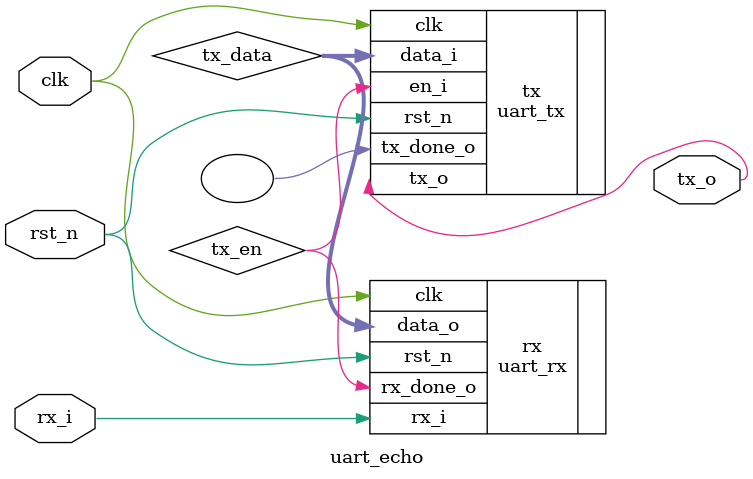
<source format=v>
`default_nettype none
module uart_echo #(parameter CLOCKS_PER_BAUD=16'd104)(
           input wire clk,
           input wire rst_n,
           input wire rx_i,
           output wire tx_o
       );

wire tx_en;
wire [7:0] tx_data;

uart_rx #(/*autoinstparam*/
            // Parameters
            .CLOCKS_PER_BAUD           (CLOCKS_PER_BAUD)) rx (/*autoinst*/
            // Outputs
            .data_o          (tx_data),
            .rx_done_o       (tx_en),
            // Inputs
            .clk             (clk),
            .rst_n           (rst_n),
            .rx_i            (rx_i));
uart_tx #(/*autoinstparam*/
            // Parameters
            .CLOCKS_PER_BAUD           (CLOCKS_PER_BAUD)) tx (/*autoinst*/
            // Outputs
            .tx_o            (tx_o),
            .tx_done_o       (),
            // Inputs
            .clk             (clk),
            .rst_n           (rst_n),
            .en_i            (tx_en),
            .data_i          (tx_data));

endmodule
    // Local Variables:
    // verilog-library-directories:(".." "../rtl" ".")
    // End:

</source>
